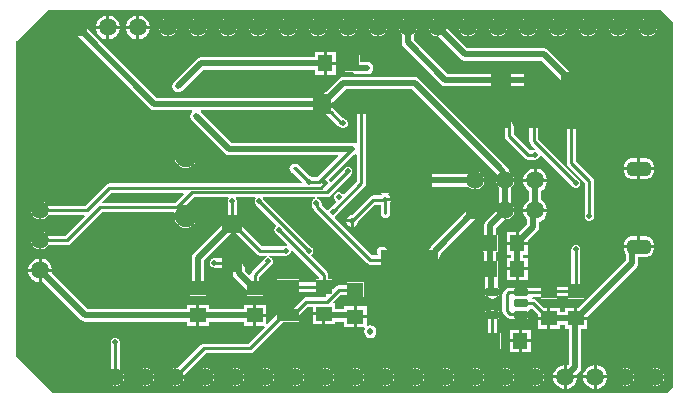
<source format=gbl>
G04*
G04 #@! TF.GenerationSoftware,Altium Limited,Altium Designer,22.6.1 (34)*
G04*
G04 Layer_Physical_Order=2*
G04 Layer_Color=16711680*
%FSLAX44Y44*%
%MOMM*%
G71*
G04*
G04 #@! TF.SameCoordinates,A72CB605-F9DB-4195-8002-294397CB98EC*
G04*
G04*
G04 #@! TF.FilePolarity,Positive*
G04*
G01*
G75*
%ADD16C,0.2540*%
%ADD18R,1.6510X1.5240*%
%ADD21R,1.3970X1.2700*%
%ADD22R,1.2700X1.3970*%
%ADD41C,0.5080*%
%ADD43C,1.9050*%
%ADD44C,1.5000*%
%ADD45R,1.5000X1.5000*%
G04:AMPARAMS|DCode=46|XSize=2mm|YSize=1.2mm|CornerRadius=0.36mm|HoleSize=0mm|Usage=FLASHONLY|Rotation=180.000|XOffset=0mm|YOffset=0mm|HoleType=Round|Shape=RoundedRectangle|*
%AMROUNDEDRECTD46*
21,1,2.0000,0.4800,0,0,180.0*
21,1,1.2800,1.2000,0,0,180.0*
1,1,0.7200,-0.6400,0.2400*
1,1,0.7200,0.6400,0.2400*
1,1,0.7200,0.6400,-0.2400*
1,1,0.7200,-0.6400,-0.2400*
%
%ADD46ROUNDEDRECTD46*%
%ADD47R,1.5000X1.5000*%
%ADD48C,0.5080*%
%ADD49R,1.5240X1.6510*%
G04:AMPARAMS|DCode=50|XSize=0.67mm|YSize=1.17mm|CornerRadius=0.0402mm|HoleSize=0mm|Usage=FLASHONLY|Rotation=270.000|XOffset=0mm|YOffset=0mm|HoleType=Round|Shape=RoundedRectangle|*
%AMROUNDEDRECTD50*
21,1,0.6700,1.0896,0,0,270.0*
21,1,0.5896,1.1700,0,0,270.0*
1,1,0.0804,-0.5448,-0.2948*
1,1,0.0804,-0.5448,0.2948*
1,1,0.0804,0.5448,0.2948*
1,1,0.0804,0.5448,-0.2948*
%
%ADD50ROUNDEDRECTD50*%
%ADD51R,1.9000X1.1000*%
G36*
X999415Y1046141D02*
Y736939D01*
X994071Y731595D01*
X474049D01*
X443305Y762339D01*
Y772160D01*
Y1029675D01*
X443437Y1029763D01*
X470239Y1056565D01*
X988991D01*
X999415Y1046141D01*
D02*
G37*
%LPC*%
G36*
X547422Y1051440D02*
X547370D01*
Y1042670D01*
X556140D01*
Y1042722D01*
X555456Y1045275D01*
X554134Y1047565D01*
X552265Y1049434D01*
X549975Y1050756D01*
X547422Y1051440D01*
D02*
G37*
G36*
X544830D02*
X544778D01*
X542225Y1050756D01*
X539935Y1049434D01*
X538066Y1047565D01*
X536744Y1045275D01*
X536060Y1042722D01*
Y1042670D01*
X544830D01*
Y1051440D01*
D02*
G37*
G36*
X522022D02*
X521970D01*
Y1042670D01*
X530740D01*
Y1042722D01*
X530056Y1045275D01*
X528734Y1047565D01*
X526865Y1049434D01*
X524575Y1050756D01*
X522022Y1051440D01*
D02*
G37*
G36*
X519430D02*
X519378D01*
X516825Y1050756D01*
X514535Y1049434D01*
X512666Y1047565D01*
X511344Y1045275D01*
X510660Y1042722D01*
Y1042670D01*
X519430D01*
Y1051440D01*
D02*
G37*
G36*
X978887Y1048900D02*
X976913D01*
X975005Y1048389D01*
X973295Y1047402D01*
X971898Y1046005D01*
X970911Y1044295D01*
X970400Y1042387D01*
Y1040413D01*
X970911Y1038505D01*
X971898Y1036795D01*
X973295Y1035398D01*
X975005Y1034411D01*
X976913Y1033900D01*
X978887D01*
X980795Y1034411D01*
X982505Y1035398D01*
X983902Y1036795D01*
X984889Y1038505D01*
X985400Y1040413D01*
Y1042387D01*
X984889Y1044295D01*
X983902Y1046005D01*
X982505Y1047402D01*
X980795Y1048389D01*
X978887Y1048900D01*
D02*
G37*
G36*
X953487D02*
X951513D01*
X949605Y1048389D01*
X947895Y1047402D01*
X946498Y1046005D01*
X945511Y1044295D01*
X945000Y1042387D01*
Y1040413D01*
X945511Y1038505D01*
X946498Y1036795D01*
X947895Y1035398D01*
X949605Y1034411D01*
X951513Y1033900D01*
X953487D01*
X955395Y1034411D01*
X957105Y1035398D01*
X958502Y1036795D01*
X959489Y1038505D01*
X960000Y1040413D01*
Y1042387D01*
X959489Y1044295D01*
X958502Y1046005D01*
X957105Y1047402D01*
X955395Y1048389D01*
X953487Y1048900D01*
D02*
G37*
G36*
X928087D02*
X926113D01*
X924205Y1048389D01*
X922495Y1047402D01*
X921098Y1046005D01*
X920111Y1044295D01*
X919600Y1042387D01*
Y1040413D01*
X920111Y1038505D01*
X921098Y1036795D01*
X922495Y1035398D01*
X924205Y1034411D01*
X926113Y1033900D01*
X928087D01*
X929995Y1034411D01*
X931705Y1035398D01*
X933102Y1036795D01*
X934089Y1038505D01*
X934600Y1040413D01*
Y1042387D01*
X934089Y1044295D01*
X933102Y1046005D01*
X931705Y1047402D01*
X929995Y1048389D01*
X928087Y1048900D01*
D02*
G37*
G36*
X902688D02*
X900713D01*
X898805Y1048389D01*
X897095Y1047402D01*
X895699Y1046005D01*
X894711Y1044295D01*
X894200Y1042387D01*
Y1040413D01*
X894711Y1038505D01*
X895699Y1036795D01*
X897095Y1035398D01*
X898805Y1034411D01*
X900713Y1033900D01*
X902688D01*
X904595Y1034411D01*
X906305Y1035398D01*
X907701Y1036795D01*
X908689Y1038505D01*
X909200Y1040413D01*
Y1042387D01*
X908689Y1044295D01*
X907701Y1046005D01*
X906305Y1047402D01*
X904595Y1048389D01*
X902688Y1048900D01*
D02*
G37*
G36*
X877287D02*
X875313D01*
X873405Y1048389D01*
X871695Y1047402D01*
X870298Y1046005D01*
X869311Y1044295D01*
X868800Y1042387D01*
Y1040413D01*
X869311Y1038505D01*
X870298Y1036795D01*
X871695Y1035398D01*
X873405Y1034411D01*
X875313Y1033900D01*
X877287D01*
X879195Y1034411D01*
X880905Y1035398D01*
X882301Y1036795D01*
X883289Y1038505D01*
X883800Y1040413D01*
Y1042387D01*
X883289Y1044295D01*
X882301Y1046005D01*
X880905Y1047402D01*
X879195Y1048389D01*
X877287Y1048900D01*
D02*
G37*
G36*
X851887D02*
X849913D01*
X848005Y1048389D01*
X846295Y1047402D01*
X844899Y1046005D01*
X843911Y1044295D01*
X843400Y1042387D01*
Y1040413D01*
X843911Y1038505D01*
X844899Y1036795D01*
X846295Y1035398D01*
X848005Y1034411D01*
X849913Y1033900D01*
X851887D01*
X853795Y1034411D01*
X855505Y1035398D01*
X856901Y1036795D01*
X857889Y1038505D01*
X858400Y1040413D01*
Y1042387D01*
X857889Y1044295D01*
X856901Y1046005D01*
X855505Y1047402D01*
X853795Y1048389D01*
X851887Y1048900D01*
D02*
G37*
G36*
X826487D02*
X824513D01*
X822605Y1048389D01*
X820895Y1047402D01*
X819499Y1046005D01*
X818511Y1044295D01*
X818000Y1042387D01*
Y1040413D01*
X818511Y1038505D01*
X819499Y1036795D01*
X820895Y1035398D01*
X822605Y1034411D01*
X824513Y1033900D01*
X826487D01*
X828395Y1034411D01*
X830105Y1035398D01*
X831501Y1036795D01*
X832489Y1038505D01*
X833000Y1040413D01*
Y1042387D01*
X832489Y1044295D01*
X831501Y1046005D01*
X830105Y1047402D01*
X828395Y1048389D01*
X826487Y1048900D01*
D02*
G37*
G36*
X750287D02*
X748313D01*
X746405Y1048389D01*
X744695Y1047402D01*
X743298Y1046005D01*
X742311Y1044295D01*
X741800Y1042387D01*
Y1040413D01*
X742311Y1038505D01*
X743298Y1036795D01*
X744695Y1035398D01*
X746405Y1034411D01*
X748313Y1033900D01*
X750287D01*
X752195Y1034411D01*
X753905Y1035398D01*
X755302Y1036795D01*
X756289Y1038505D01*
X756800Y1040413D01*
Y1042387D01*
X756289Y1044295D01*
X755302Y1046005D01*
X753905Y1047402D01*
X752195Y1048389D01*
X750287Y1048900D01*
D02*
G37*
G36*
X724887D02*
X722913D01*
X721005Y1048389D01*
X719295Y1047402D01*
X717898Y1046005D01*
X716911Y1044295D01*
X716400Y1042387D01*
Y1040413D01*
X716911Y1038505D01*
X717898Y1036795D01*
X719295Y1035398D01*
X721005Y1034411D01*
X722913Y1033900D01*
X724887D01*
X726795Y1034411D01*
X728505Y1035398D01*
X729902Y1036795D01*
X730889Y1038505D01*
X731400Y1040413D01*
Y1042387D01*
X730889Y1044295D01*
X729902Y1046005D01*
X728505Y1047402D01*
X726795Y1048389D01*
X724887Y1048900D01*
D02*
G37*
G36*
X699487D02*
X697513D01*
X695605Y1048389D01*
X693895Y1047402D01*
X692498Y1046005D01*
X691511Y1044295D01*
X691000Y1042387D01*
Y1040413D01*
X691511Y1038505D01*
X692498Y1036795D01*
X693895Y1035398D01*
X695605Y1034411D01*
X697513Y1033900D01*
X699487D01*
X701395Y1034411D01*
X703105Y1035398D01*
X704501Y1036795D01*
X705489Y1038505D01*
X706000Y1040413D01*
Y1042387D01*
X705489Y1044295D01*
X704501Y1046005D01*
X703105Y1047402D01*
X701395Y1048389D01*
X699487Y1048900D01*
D02*
G37*
G36*
X674088D02*
X672113D01*
X670205Y1048389D01*
X668495Y1047402D01*
X667099Y1046005D01*
X666111Y1044295D01*
X665600Y1042387D01*
Y1040413D01*
X666111Y1038505D01*
X667099Y1036795D01*
X668495Y1035398D01*
X670205Y1034411D01*
X672113Y1033900D01*
X674088D01*
X675995Y1034411D01*
X677705Y1035398D01*
X679101Y1036795D01*
X680089Y1038505D01*
X680600Y1040413D01*
Y1042387D01*
X680089Y1044295D01*
X679101Y1046005D01*
X677705Y1047402D01*
X675995Y1048389D01*
X674088Y1048900D01*
D02*
G37*
G36*
X648687D02*
X646713D01*
X644805Y1048389D01*
X643095Y1047402D01*
X641699Y1046005D01*
X640711Y1044295D01*
X640200Y1042387D01*
Y1040413D01*
X640711Y1038505D01*
X641699Y1036795D01*
X643095Y1035398D01*
X644805Y1034411D01*
X646713Y1033900D01*
X648687D01*
X650595Y1034411D01*
X652305Y1035398D01*
X653701Y1036795D01*
X654689Y1038505D01*
X655200Y1040413D01*
Y1042387D01*
X654689Y1044295D01*
X653701Y1046005D01*
X652305Y1047402D01*
X650595Y1048389D01*
X648687Y1048900D01*
D02*
G37*
G36*
X623287D02*
X621313D01*
X619405Y1048389D01*
X617695Y1047402D01*
X616298Y1046005D01*
X615311Y1044295D01*
X614800Y1042387D01*
Y1040413D01*
X615311Y1038505D01*
X616298Y1036795D01*
X617695Y1035398D01*
X619405Y1034411D01*
X621313Y1033900D01*
X623287D01*
X625195Y1034411D01*
X626905Y1035398D01*
X628302Y1036795D01*
X629289Y1038505D01*
X629800Y1040413D01*
Y1042387D01*
X629289Y1044295D01*
X628302Y1046005D01*
X626905Y1047402D01*
X625195Y1048389D01*
X623287Y1048900D01*
D02*
G37*
G36*
X597887D02*
X595913D01*
X594005Y1048389D01*
X592295Y1047402D01*
X590899Y1046005D01*
X589911Y1044295D01*
X589400Y1042387D01*
Y1040413D01*
X589911Y1038505D01*
X590899Y1036795D01*
X592295Y1035398D01*
X594005Y1034411D01*
X595913Y1033900D01*
X597887D01*
X599795Y1034411D01*
X601505Y1035398D01*
X602901Y1036795D01*
X603889Y1038505D01*
X604400Y1040413D01*
Y1042387D01*
X603889Y1044295D01*
X602901Y1046005D01*
X601505Y1047402D01*
X599795Y1048389D01*
X597887Y1048900D01*
D02*
G37*
G36*
X572487D02*
X570513D01*
X568605Y1048389D01*
X566895Y1047402D01*
X565499Y1046005D01*
X564511Y1044295D01*
X564000Y1042387D01*
Y1040413D01*
X564511Y1038505D01*
X565499Y1036795D01*
X566895Y1035398D01*
X568605Y1034411D01*
X570513Y1033900D01*
X572487D01*
X574395Y1034411D01*
X576105Y1035398D01*
X577501Y1036795D01*
X578489Y1038505D01*
X579000Y1040413D01*
Y1042387D01*
X578489Y1044295D01*
X577501Y1046005D01*
X576105Y1047402D01*
X574395Y1048389D01*
X572487Y1048900D01*
D02*
G37*
G36*
X556140Y1040130D02*
X547370D01*
Y1031360D01*
X547422D01*
X549975Y1032044D01*
X552265Y1033366D01*
X554134Y1035235D01*
X555456Y1037525D01*
X556140Y1040078D01*
Y1040130D01*
D02*
G37*
G36*
X544830D02*
X536060D01*
Y1040078D01*
X536744Y1037525D01*
X538066Y1035235D01*
X539935Y1033366D01*
X542225Y1032044D01*
X544778Y1031360D01*
X544830D01*
Y1040130D01*
D02*
G37*
G36*
X530740D02*
X521970D01*
Y1031360D01*
X522022D01*
X524575Y1032044D01*
X526865Y1033366D01*
X528734Y1035235D01*
X530056Y1037525D01*
X530740Y1040078D01*
Y1040130D01*
D02*
G37*
G36*
X519430D02*
X510660D01*
Y1040078D01*
X511344Y1037525D01*
X512666Y1035235D01*
X514535Y1033366D01*
X516825Y1032044D01*
X519378Y1031360D01*
X519430D01*
Y1040130D01*
D02*
G37*
G36*
X713740Y1020445D02*
X706120D01*
Y1012190D01*
X713740D01*
Y1020445D01*
D02*
G37*
G36*
X734060Y1017905D02*
X721360D01*
Y1003935D01*
X727370D01*
X727858Y1003447D01*
X729538Y1002325D01*
X731520Y1001930D01*
X740410D01*
X742392Y1002325D01*
X744072Y1003447D01*
X745195Y1005128D01*
X745590Y1007110D01*
X745195Y1009092D01*
X744072Y1010772D01*
X742392Y1011895D01*
X740410Y1012290D01*
X734060D01*
Y1017905D01*
D02*
G37*
G36*
X713740Y1009650D02*
X706120D01*
Y1001395D01*
X713740D01*
Y1009650D01*
D02*
G37*
G36*
X703580Y1020445D02*
X695960D01*
Y1016099D01*
X599440D01*
X597458Y1015705D01*
X595778Y1014583D01*
X576727Y995533D01*
X576444Y995108D01*
X576083Y994748D01*
X575888Y994276D01*
X575605Y993852D01*
X575505Y993352D01*
X575310Y992880D01*
Y992370D01*
X575210Y991870D01*
X575310Y991370D01*
Y990860D01*
X575505Y990388D01*
X575605Y989888D01*
X575888Y989464D01*
X576083Y988992D01*
X576444Y988632D01*
X576727Y988207D01*
X577152Y987924D01*
X577512Y987563D01*
X577984Y987368D01*
X578408Y987085D01*
X578908Y986985D01*
X579380Y986790D01*
X579890D01*
X580390Y986691D01*
X580890Y986790D01*
X581400D01*
X581872Y986985D01*
X582372Y987085D01*
X582796Y987368D01*
X583268Y987563D01*
X583628Y987924D01*
X584053Y988207D01*
X601585Y1005741D01*
X695960D01*
Y1001395D01*
X703580D01*
Y1010920D01*
Y1020445D01*
D02*
G37*
G36*
X775687Y1048900D02*
X773713D01*
X771805Y1048389D01*
X770095Y1047402D01*
X768699Y1046005D01*
X767711Y1044295D01*
X767200Y1042387D01*
Y1040413D01*
X767711Y1038505D01*
X768699Y1036795D01*
X769520Y1035973D01*
Y1028700D01*
X769915Y1026718D01*
X771038Y1025038D01*
X802787Y993288D01*
X804468Y992165D01*
X806450Y991770D01*
X845185D01*
Y989330D01*
X861695D01*
Y991770D01*
X873125D01*
Y989330D01*
X889635D01*
Y1004570D01*
X873125D01*
Y1002130D01*
X861695D01*
Y1004570D01*
X845185D01*
Y1002130D01*
X808596D01*
X779880Y1030845D01*
Y1035973D01*
X780702Y1036795D01*
X781689Y1038505D01*
X782200Y1040413D01*
Y1042387D01*
X781689Y1044295D01*
X780702Y1046005D01*
X779305Y1047402D01*
X777595Y1048389D01*
X775687Y1048900D01*
D02*
G37*
G36*
X801087D02*
X799113D01*
X797205Y1048389D01*
X795495Y1047402D01*
X794099Y1046005D01*
X793111Y1044295D01*
X792600Y1042387D01*
Y1040413D01*
X793111Y1038505D01*
X794099Y1036795D01*
X795495Y1035398D01*
X797205Y1034411D01*
X799113Y1033900D01*
X800275D01*
X819297Y1014877D01*
X820978Y1013755D01*
X822960Y1013361D01*
X887489D01*
X904875Y995975D01*
Y988060D01*
X921385D01*
Y1003300D01*
X912200D01*
X893298Y1022203D01*
X891617Y1023325D01*
X889635Y1023719D01*
X825105D01*
X807600Y1041225D01*
Y1042387D01*
X807089Y1044295D01*
X806102Y1046005D01*
X804705Y1047402D01*
X802995Y1048389D01*
X801087Y1048900D01*
D02*
G37*
G36*
X889635Y971550D02*
X873125D01*
Y956310D01*
X877495D01*
Y944880D01*
X877791Y943393D01*
X878633Y942133D01*
X882162Y938605D01*
X881636Y937335D01*
X877909D01*
X864310Y950934D01*
Y957580D01*
X864014Y959067D01*
X863172Y960327D01*
X861695Y961804D01*
Y971550D01*
X845185D01*
Y956310D01*
X856201D01*
X856540Y955971D01*
Y949325D01*
X856836Y947838D01*
X857678Y946578D01*
X873553Y930703D01*
X874813Y929861D01*
X876300Y929565D01*
X882650D01*
X883025Y929640D01*
X883408D01*
X883761Y929786D01*
X884137Y929861D01*
X884455Y930074D01*
X884808Y930220D01*
X885079Y930491D01*
X885397Y930703D01*
X885609Y931021D01*
X885880Y931292D01*
X886026Y931645D01*
X886239Y931963D01*
X886314Y932339D01*
X886407Y932563D01*
X886998Y932838D01*
X887686Y933024D01*
X887744Y933022D01*
X914193Y906573D01*
X914511Y906361D01*
X914782Y906090D01*
X915135Y905944D01*
X915453Y905731D01*
X915829Y905656D01*
X916182Y905510D01*
X916565D01*
X916940Y905435D01*
X917315Y905510D01*
X917698D01*
X918051Y905656D01*
X918427Y905731D01*
X918745Y905944D01*
X919098Y906090D01*
X919369Y906361D01*
X919687Y906573D01*
X919899Y906891D01*
X920170Y907162D01*
X920316Y907515D01*
X920529Y907833D01*
X920604Y908209D01*
X920750Y908562D01*
Y908945D01*
X920825Y909320D01*
X920750Y909695D01*
Y910078D01*
X920604Y910431D01*
X920529Y910807D01*
X920316Y911125D01*
X920170Y911478D01*
X919899Y911749D01*
X919687Y912067D01*
X885265Y946489D01*
Y956310D01*
X889635D01*
Y971550D01*
D02*
G37*
G36*
X976760Y930510D02*
X971630D01*
Y923120D01*
X983020D01*
Y924250D01*
X982544Y926646D01*
X981187Y928677D01*
X979156Y930034D01*
X976760Y930510D01*
D02*
G37*
G36*
X969090D02*
X963960D01*
X961564Y930034D01*
X959533Y928677D01*
X958176Y926646D01*
X957700Y924250D01*
Y923120D01*
X969090D01*
Y930510D01*
D02*
G37*
G36*
X587994Y941705D02*
X585486D01*
X583064Y941056D01*
X580891Y939802D01*
X579118Y938028D01*
X577864Y935856D01*
X577215Y933434D01*
Y930926D01*
X577864Y928503D01*
X579118Y926331D01*
X580891Y924558D01*
X583064Y923304D01*
X585486Y922655D01*
X587994D01*
X590416Y923304D01*
X592589Y924558D01*
X594362Y926331D01*
X595616Y928503D01*
X596265Y930926D01*
Y933434D01*
X595616Y935856D01*
X594362Y938028D01*
X592589Y939802D01*
X590416Y941056D01*
X587994Y941705D01*
D02*
G37*
G36*
X832837Y919360D02*
X830863D01*
X828955Y918849D01*
X827245Y917861D01*
X826423Y917039D01*
X795020D01*
Y917575D01*
X779780D01*
Y901065D01*
X795020D01*
Y906681D01*
X826423D01*
X827245Y905859D01*
X828955Y904871D01*
X830863Y904360D01*
X832837D01*
X834745Y904871D01*
X836455Y905859D01*
X837851Y907255D01*
X838839Y908965D01*
X839350Y910873D01*
Y912847D01*
X838839Y914755D01*
X837851Y916465D01*
X836455Y917861D01*
X834745Y918849D01*
X832837Y919360D01*
D02*
G37*
G36*
X983020Y920580D02*
X971630D01*
Y913190D01*
X976760D01*
X979156Y913666D01*
X981187Y915023D01*
X982544Y917054D01*
X983020Y919450D01*
Y920580D01*
D02*
G37*
G36*
X969090D02*
X957700D01*
Y919450D01*
X958176Y917054D01*
X959533Y915023D01*
X961564Y913666D01*
X963960Y913190D01*
X969090D01*
Y920580D01*
D02*
G37*
G36*
X883972Y921900D02*
X883920D01*
Y913130D01*
X892690D01*
Y913182D01*
X892006Y915735D01*
X890684Y918025D01*
X888815Y919894D01*
X886525Y921216D01*
X883972Y921900D01*
D02*
G37*
G36*
X881380D02*
X881328D01*
X878775Y921216D01*
X876485Y919894D01*
X874616Y918025D01*
X873294Y915735D01*
X872610Y913182D01*
Y913130D01*
X881380D01*
Y921900D01*
D02*
G37*
G36*
X471050Y919360D02*
X456050D01*
Y904360D01*
X471050D01*
Y919360D01*
D02*
G37*
G36*
X892690Y910590D02*
X872610D01*
Y910538D01*
X873294Y907985D01*
X874616Y905695D01*
X876485Y903826D01*
X877470Y903257D01*
Y895063D01*
X876485Y894494D01*
X874616Y892625D01*
X873294Y890335D01*
X872610Y887782D01*
Y887730D01*
X892690D01*
Y887782D01*
X892006Y890335D01*
X890684Y892625D01*
X888815Y894494D01*
X887830Y895063D01*
Y903257D01*
X888815Y903826D01*
X890684Y905695D01*
X892006Y907985D01*
X892690Y910538D01*
Y910590D01*
D02*
G37*
G36*
X762000Y917575D02*
X746760D01*
Y905885D01*
X746685Y905510D01*
X746760Y905135D01*
Y901065D01*
X752065D01*
X752607Y899795D01*
X752070Y899235D01*
X745490D01*
X744003Y898939D01*
X742743Y898097D01*
X727296Y882650D01*
X726700D01*
X724832Y881877D01*
X723403Y880448D01*
X722738Y878840D01*
X727710D01*
Y877570D01*
X728980D01*
Y872598D01*
X730588Y873263D01*
X732017Y874692D01*
X732790Y876560D01*
Y877156D01*
X747099Y891465D01*
X751765D01*
Y883920D01*
X752061Y882433D01*
X752903Y881173D01*
X754163Y880331D01*
X755650Y880035D01*
X757137Y880331D01*
X758397Y881173D01*
X759239Y882433D01*
X759535Y883920D01*
Y892050D01*
X759957Y892472D01*
X760622Y894080D01*
X755650D01*
Y896620D01*
X760622D01*
X759957Y898228D01*
X758528Y899657D01*
X758194Y899795D01*
X758446Y901065D01*
X762000D01*
Y917575D01*
D02*
G37*
G36*
X921385Y970280D02*
X904875D01*
Y955040D01*
X909245D01*
Y926809D01*
X909541Y925322D01*
X910383Y924062D01*
X924485Y909960D01*
Y881380D01*
X924560Y881005D01*
Y880622D01*
X924706Y880269D01*
X924781Y879893D01*
X924994Y879575D01*
X925140Y879222D01*
X925411Y878951D01*
X925623Y878633D01*
X925941Y878421D01*
X926212Y878150D01*
X926565Y878004D01*
X926883Y877791D01*
X927259Y877716D01*
X927612Y877570D01*
X927995D01*
X928370Y877495D01*
X928745Y877570D01*
X929128D01*
X929481Y877716D01*
X929857Y877791D01*
X930175Y878004D01*
X930528Y878150D01*
X930799Y878421D01*
X931117Y878633D01*
X931329Y878951D01*
X931600Y879222D01*
X931746Y879575D01*
X931959Y879893D01*
X932034Y880269D01*
X932180Y880622D01*
Y881005D01*
X932255Y881380D01*
Y911569D01*
X931959Y913055D01*
X931117Y914315D01*
X917015Y928418D01*
Y955040D01*
X921385D01*
Y970280D01*
D02*
G37*
G36*
X726440Y876300D02*
X722738D01*
X723403Y874692D01*
X724832Y873263D01*
X726440Y872598D01*
Y876300D01*
D02*
G37*
G36*
X892690Y885190D02*
X872610D01*
Y885138D01*
X873294Y882585D01*
X874616Y880295D01*
X875572Y879339D01*
Y874642D01*
X868975Y868045D01*
X868680D01*
Y859790D01*
X876300D01*
Y860720D01*
X884414Y868834D01*
X885537Y870515D01*
X885931Y872497D01*
Y876945D01*
X886525Y877104D01*
X888815Y878426D01*
X890684Y880295D01*
X892006Y882585D01*
X892690Y885138D01*
Y885190D01*
D02*
G37*
G36*
X866140Y868045D02*
X858520D01*
Y859790D01*
X866140D01*
Y868045D01*
D02*
G37*
G36*
X976760Y864510D02*
X971630D01*
Y857120D01*
X983020D01*
Y858250D01*
X982544Y860646D01*
X981187Y862677D01*
X979156Y864034D01*
X976760Y864510D01*
D02*
G37*
G36*
X969090D02*
X963960D01*
X961564Y864034D01*
X959533Y862677D01*
X958176Y860646D01*
X957700Y858250D01*
Y857120D01*
X969090D01*
Y864510D01*
D02*
G37*
G36*
X464872Y845700D02*
X464820D01*
Y836930D01*
X473590D01*
Y836982D01*
X472906Y839535D01*
X471584Y841825D01*
X469715Y843694D01*
X467425Y845016D01*
X464872Y845700D01*
D02*
G37*
G36*
X876300Y857250D02*
X867410D01*
X858520D01*
Y848995D01*
X862231D01*
Y846455D01*
X858520D01*
Y838200D01*
X867410D01*
Y836930D01*
D01*
Y838200D01*
X876300D01*
Y846455D01*
X872589D01*
Y848995D01*
X876300D01*
Y857250D01*
D02*
G37*
G36*
X462280Y845700D02*
X462228D01*
X459675Y845016D01*
X457385Y843694D01*
X455516Y841825D01*
X454194Y839535D01*
X453510Y836982D01*
Y836930D01*
X462280D01*
Y845700D01*
D02*
G37*
G36*
X839350Y893960D02*
X824350D01*
Y886285D01*
X793897Y855833D01*
X792775Y854152D01*
X792507Y852805D01*
X784860D01*
Y836295D01*
X800100D01*
Y844845D01*
X801223Y845967D01*
X802345Y847648D01*
X802739Y849630D01*
Y850024D01*
X831675Y878960D01*
X839350D01*
Y893960D01*
D02*
G37*
G36*
X876300Y835660D02*
X868680D01*
Y827405D01*
X876300D01*
Y835660D01*
D02*
G37*
G36*
X866140D02*
X858520D01*
Y827405D01*
X866140D01*
Y835660D01*
D02*
G37*
G36*
X462280Y834390D02*
X453510D01*
Y834338D01*
X454194Y831785D01*
X455516Y829495D01*
X457385Y827626D01*
X459675Y826304D01*
X462228Y825620D01*
X462280D01*
Y834390D01*
D02*
G37*
G36*
X916940Y857325D02*
X916565Y857250D01*
X916182D01*
X915829Y857104D01*
X915453Y857029D01*
X915135Y856816D01*
X914782Y856670D01*
X914511Y856399D01*
X914193Y856187D01*
X913981Y855869D01*
X913710Y855598D01*
X913564Y855245D01*
X913351Y854927D01*
X913276Y854551D01*
X913130Y854198D01*
Y853815D01*
X913055Y853440D01*
Y824230D01*
X909955D01*
Y821765D01*
X901065D01*
Y824230D01*
X887095D01*
Y821005D01*
X860300D01*
X858813Y820709D01*
X857553Y819867D01*
X855773Y818087D01*
X854931Y816827D01*
X854635Y815340D01*
Y801370D01*
X854931Y799883D01*
X855773Y798623D01*
X858313Y796083D01*
X859573Y795241D01*
X861060Y794945D01*
X865252D01*
X865272Y794937D01*
X868925D01*
X869233Y794731D01*
X870720Y794435D01*
X872207Y794731D01*
X872515Y794937D01*
X876168D01*
X876476Y795064D01*
X876603Y795372D01*
Y801268D01*
X877316Y802001D01*
X878289Y802651D01*
X878383Y802792D01*
X880005Y802967D01*
X884555Y798416D01*
Y796290D01*
X892810D01*
Y803910D01*
X890049D01*
X883492Y810467D01*
X882232Y811309D01*
X880745Y811605D01*
X880087D01*
X879871Y811965D01*
X880590Y813235D01*
X887095D01*
Y811530D01*
X901065D01*
Y813995D01*
X909955D01*
Y811530D01*
X923925D01*
Y824230D01*
X920825D01*
Y853440D01*
X920750Y853815D01*
Y854198D01*
X920604Y854551D01*
X920529Y854927D01*
X920316Y855245D01*
X920170Y855598D01*
X919899Y855869D01*
X919687Y856187D01*
X919369Y856399D01*
X919098Y856670D01*
X918745Y856816D01*
X918427Y857029D01*
X918051Y857104D01*
X917698Y857250D01*
X917315D01*
X916940Y857325D01*
D02*
G37*
G36*
X502800Y1048900D02*
X487800D01*
Y1033900D01*
X495475D01*
X556408Y972968D01*
X558088Y971845D01*
X560070Y971451D01*
X560070Y971451D01*
X591630D01*
X591671Y971395D01*
X592039Y970181D01*
X591968Y970133D01*
X591684Y969708D01*
X591323Y969348D01*
X591128Y968876D01*
X590845Y968452D01*
X590745Y967952D01*
X590550Y967480D01*
Y966970D01*
X590451Y966470D01*
X590550Y965970D01*
Y965460D01*
X590745Y964988D01*
X590845Y964488D01*
X591128Y964064D01*
X591323Y963592D01*
X591684Y963232D01*
X591968Y962807D01*
X619907Y934867D01*
X621588Y933745D01*
X623570Y933351D01*
X715377D01*
X715863Y932177D01*
X698161Y914475D01*
X694180D01*
X693758Y914897D01*
X691890Y915670D01*
X691294D01*
X682197Y924767D01*
X680937Y925609D01*
X679450Y925905D01*
X678180D01*
X676693Y925609D01*
X675433Y924767D01*
X674591Y923507D01*
X674295Y922020D01*
X674591Y920533D01*
X675433Y919273D01*
X676693Y918431D01*
X677757Y918220D01*
X685312Y910665D01*
X684786Y909395D01*
X521970D01*
X520483Y909099D01*
X519223Y908257D01*
X501311Y890345D01*
X469967D01*
X469552Y891065D01*
X468155Y892461D01*
X466445Y893449D01*
X464537Y893960D01*
X462563D01*
X460655Y893449D01*
X458945Y892461D01*
X457548Y891065D01*
X456561Y889355D01*
X456050Y887447D01*
Y885473D01*
X456561Y883565D01*
X457548Y881855D01*
X458945Y880459D01*
X460655Y879471D01*
X462563Y878960D01*
X464537D01*
X466445Y879471D01*
X468155Y880459D01*
X469552Y881855D01*
X469967Y882575D01*
X500772D01*
X501258Y881402D01*
X484801Y864945D01*
X469967D01*
X469552Y865665D01*
X468155Y867061D01*
X466445Y868049D01*
X464537Y868560D01*
X462563D01*
X460655Y868049D01*
X458945Y867061D01*
X457548Y865665D01*
X456561Y863955D01*
X456050Y862047D01*
Y860073D01*
X456561Y858165D01*
X457548Y856455D01*
X458945Y855059D01*
X460655Y854071D01*
X462563Y853560D01*
X464537D01*
X466445Y854071D01*
X468155Y855059D01*
X469552Y856455D01*
X469967Y857175D01*
X486410D01*
X487897Y857471D01*
X489157Y858313D01*
X515959Y885115D01*
X576565D01*
X577540Y883845D01*
X577215Y882634D01*
Y880126D01*
X577864Y877703D01*
X579118Y875531D01*
X580891Y873758D01*
X583064Y872504D01*
X585486Y871855D01*
X587994D01*
X590416Y872504D01*
X592589Y873758D01*
X594362Y875531D01*
X595616Y877703D01*
X596265Y880126D01*
Y882634D01*
X595616Y885057D01*
X594362Y887228D01*
X592589Y889002D01*
X590416Y890256D01*
X588226Y890843D01*
X587627Y892040D01*
X593403Y897815D01*
X622612D01*
X622831Y897527D01*
X623175Y896545D01*
X623151Y896509D01*
X622880Y896238D01*
X622734Y895885D01*
X622521Y895567D01*
X622446Y895191D01*
X622300Y894838D01*
Y894455D01*
X622225Y894080D01*
Y882650D01*
X617855D01*
Y874735D01*
X593237Y850117D01*
X592115Y848437D01*
X591721Y846455D01*
Y826770D01*
X589915D01*
Y814070D01*
X603885D01*
Y826770D01*
X602080D01*
Y844309D01*
X625180Y867410D01*
X628871D01*
X646858Y849423D01*
X648118Y848581D01*
X649605Y848285D01*
X655652D01*
X655832Y847090D01*
X655479Y846944D01*
X655103Y846869D01*
X654785Y846656D01*
X654432Y846510D01*
X654161Y846239D01*
X653843Y846027D01*
X642413Y834597D01*
X641571Y833337D01*
X641431Y832635D01*
X640053Y832217D01*
X637005Y835265D01*
Y836930D01*
X636610Y838912D01*
X635488Y840592D01*
X634365Y841715D01*
Y849630D01*
X617855D01*
Y845895D01*
X610870D01*
X610495Y845820D01*
X610112D01*
X609759Y845674D01*
X609383Y845599D01*
X609065Y845386D01*
X608712Y845240D01*
X608441Y844969D01*
X608123Y844757D01*
X607911Y844439D01*
X607640Y844168D01*
X607494Y843815D01*
X607281Y843497D01*
X607206Y843121D01*
X607060Y842768D01*
Y842385D01*
X606985Y842010D01*
X607060Y841635D01*
Y841252D01*
X607206Y840899D01*
X607281Y840523D01*
X607494Y840205D01*
X607640Y839852D01*
X607911Y839581D01*
X608123Y839263D01*
X608441Y839051D01*
X608712Y838780D01*
X609065Y838634D01*
X609383Y838421D01*
X609759Y838346D01*
X610112Y838200D01*
X610495D01*
X610870Y838125D01*
X617855D01*
Y834390D01*
X626646D01*
Y833120D01*
X627040Y831138D01*
X628162Y829457D01*
X638175Y819445D01*
Y814070D01*
X652145D01*
Y826770D01*
X649045D01*
Y830241D01*
X659337Y840533D01*
X659549Y840851D01*
X659820Y841122D01*
X659966Y841475D01*
X660179Y841793D01*
X660254Y842169D01*
X660400Y842522D01*
Y842905D01*
X660475Y843280D01*
X660400Y843655D01*
Y844038D01*
X660254Y844391D01*
X660179Y844767D01*
X659966Y845085D01*
X659820Y845438D01*
X659549Y845709D01*
X659337Y846027D01*
X659019Y846239D01*
X658748Y846510D01*
X658395Y846656D01*
X658077Y846869D01*
X657701Y846944D01*
X657348Y847090D01*
X657528Y848285D01*
X671830D01*
X672205Y848360D01*
X672588D01*
X672941Y848506D01*
X673317Y848581D01*
X673635Y848794D01*
X673988Y848940D01*
X674259Y849211D01*
X674577Y849423D01*
X674789Y849741D01*
X675060Y850012D01*
X675206Y850365D01*
X675419Y850683D01*
X675494Y851059D01*
X675640Y851412D01*
Y851795D01*
X675715Y852170D01*
X675651Y852489D01*
X675710Y852577D01*
X676840Y853096D01*
X699695Y830241D01*
Y828040D01*
X696595D01*
Y825575D01*
X682600D01*
Y828260D01*
X663600D01*
Y817260D01*
X682600D01*
Y817805D01*
X696595D01*
Y815340D01*
X705208D01*
X705694Y814167D01*
X704402Y812875D01*
X688330D01*
X686843Y812579D01*
X685583Y811737D01*
X677106Y803260D01*
X663600D01*
Y797754D01*
X655858Y790012D01*
X654685Y790498D01*
Y796290D01*
X646430D01*
Y788670D01*
X652857D01*
X653343Y787497D01*
X639351Y773505D01*
X601980D01*
X600493Y773209D01*
X599233Y772367D01*
X579641Y752775D01*
X578837Y752990D01*
X576862D01*
X574955Y752479D01*
X573245Y751491D01*
X571848Y750095D01*
X570861Y748385D01*
X570350Y746477D01*
Y744503D01*
X570861Y742595D01*
X571848Y740885D01*
X573245Y739489D01*
X574955Y738501D01*
X576862Y737990D01*
X578837D01*
X580745Y738501D01*
X582455Y739489D01*
X583851Y740885D01*
X584839Y742595D01*
X585350Y744503D01*
Y746477D01*
X585135Y747281D01*
X603589Y765735D01*
X640960D01*
X642447Y766031D01*
X643707Y766873D01*
X669094Y792260D01*
X682600D01*
Y797766D01*
X689939Y805105D01*
X694055D01*
Y800100D01*
X703580D01*
Y798830D01*
X704850D01*
Y789940D01*
X713105D01*
Y792381D01*
X720725D01*
Y787400D01*
X728980D01*
Y796290D01*
Y805180D01*
X720725D01*
Y802739D01*
X713105D01*
Y807720D01*
X711894D01*
X711408Y808893D01*
X717780Y815265D01*
X723265D01*
Y812800D01*
X737235D01*
Y825500D01*
X723265D01*
Y823035D01*
X716171D01*
X714684Y822739D01*
X713424Y821897D01*
X711738Y820211D01*
X710565Y820697D01*
Y828040D01*
X707465D01*
Y831850D01*
X707169Y833337D01*
X706327Y834597D01*
X693268Y847656D01*
X693264Y847664D01*
X693079Y848711D01*
X693429Y849291D01*
X693627Y849423D01*
X693839Y849741D01*
X694110Y850012D01*
X694256Y850365D01*
X694469Y850683D01*
X694544Y851059D01*
X694690Y851412D01*
Y851795D01*
X694765Y852170D01*
X694690Y852545D01*
Y852928D01*
X694544Y853281D01*
X694469Y853657D01*
X694256Y853975D01*
X694110Y854328D01*
X693839Y854599D01*
X693627Y854917D01*
X651998Y896545D01*
X652346Y897656D01*
X652467Y897815D01*
X696292D01*
X696472Y896620D01*
X696119Y896474D01*
X695743Y896399D01*
X695425Y896186D01*
X695072Y896040D01*
X694801Y895769D01*
X694483Y895557D01*
X694271Y895239D01*
X694000Y894968D01*
X693854Y894615D01*
X693641Y894297D01*
X693566Y893921D01*
X693420Y893568D01*
Y893185D01*
X693345Y892810D01*
X693420Y892435D01*
Y892052D01*
X693566Y891699D01*
X693641Y891323D01*
X693831Y891039D01*
Y889784D01*
X694127Y888297D01*
X694969Y887037D01*
X740203Y841803D01*
X741463Y840961D01*
X742950Y840665D01*
X751840D01*
Y836295D01*
X767080D01*
Y852805D01*
X757334D01*
X755857Y854282D01*
X754597Y855124D01*
X753110Y855420D01*
X752475D01*
X750988Y855124D01*
X749728Y854282D01*
X748886Y853022D01*
X748590Y851535D01*
X748886Y850048D01*
X749116Y849705D01*
X748437Y848435D01*
X744559D01*
X712687Y880306D01*
X712687Y880692D01*
X712988Y881802D01*
X713005Y881814D01*
X713358Y881960D01*
X713629Y882231D01*
X713947Y882443D01*
X738077Y906573D01*
X738919Y907833D01*
X739215Y909320D01*
Y968375D01*
X742950D01*
Y984885D01*
X727710D01*
Y968375D01*
X731445D01*
Y943751D01*
X731247Y943540D01*
X730175Y943007D01*
X730116Y943032D01*
X729692Y943315D01*
X729192Y943415D01*
X728720Y943610D01*
X728210D01*
X727710Y943709D01*
X625715D01*
X599292Y970133D01*
X599221Y970181D01*
X599589Y971395D01*
X599630Y971451D01*
X694690D01*
Y968375D01*
X704436D01*
X705913Y966898D01*
X707173Y966056D01*
X707444Y966002D01*
X715587Y957859D01*
X716848Y957017D01*
X718312Y956726D01*
X718603Y956531D01*
X718979Y956456D01*
X719332Y956310D01*
X719715D01*
X720090Y956235D01*
X720465Y956310D01*
X720848D01*
X721201Y956456D01*
X721577Y956531D01*
X721895Y956744D01*
X722248Y956890D01*
X722519Y957161D01*
X722837Y957373D01*
X723049Y957691D01*
X723320Y957962D01*
X723466Y958315D01*
X723679Y958633D01*
X723754Y959009D01*
X723900Y959362D01*
Y959745D01*
X723975Y960120D01*
X723900Y960495D01*
Y960878D01*
X723754Y961231D01*
X723679Y961607D01*
X723466Y961925D01*
X723320Y962278D01*
X723049Y962549D01*
X722837Y962867D01*
X722351Y963353D01*
X721091Y964195D01*
X720027Y964406D01*
X712042Y972392D01*
X710782Y973234D01*
X710511Y973288D01*
X709930Y973869D01*
Y977544D01*
X710007Y977560D01*
X711687Y978682D01*
X722235Y989230D01*
X778240D01*
X847843Y919628D01*
X847843Y919628D01*
X850172Y917298D01*
Y914424D01*
X849750Y912847D01*
Y910873D01*
X850261Y908965D01*
X851248Y907255D01*
X852070Y906433D01*
Y891887D01*
X851248Y891065D01*
X850261Y889355D01*
X849750Y887447D01*
Y886285D01*
X840888Y877422D01*
X839765Y875742D01*
X839370Y873760D01*
Y865505D01*
X838200D01*
Y851535D01*
X839370D01*
Y843915D01*
X838200D01*
Y829945D01*
X840256D01*
Y817930D01*
X840437Y817018D01*
Y814172D01*
X840564Y813864D01*
X840872Y813737D01*
X842303D01*
X842582Y813457D01*
X844263Y812335D01*
X846245Y811941D01*
X846320D01*
X848302Y812335D01*
X849983Y813457D01*
X850169Y813737D01*
X851768D01*
X852076Y813864D01*
X852203Y814172D01*
Y820068D01*
X852076Y820376D01*
X851768Y820503D01*
X850614D01*
Y829945D01*
X850900D01*
Y843915D01*
X849730D01*
Y851535D01*
X850900D01*
Y865505D01*
X849730D01*
Y871615D01*
X857075Y878960D01*
X858237D01*
X860145Y879471D01*
X861855Y880459D01*
X863251Y881855D01*
X864239Y883565D01*
X864750Y885473D01*
Y887447D01*
X864239Y889355D01*
X863251Y891065D01*
X862430Y891887D01*
Y906433D01*
X863251Y907255D01*
X864239Y908965D01*
X864750Y910873D01*
Y912847D01*
X864239Y914755D01*
X863251Y916465D01*
X861855Y917861D01*
X860531Y918626D01*
Y919444D01*
X860137Y921426D01*
X859014Y923106D01*
X855168Y926953D01*
X855168Y926953D01*
X784048Y998073D01*
X782368Y999195D01*
X780386Y999589D01*
X720090D01*
X718108Y999195D01*
X716428Y998073D01*
X716428Y998072D01*
X705505Y987150D01*
X705408Y987130D01*
X703727Y986008D01*
X702605Y984885D01*
X694690D01*
Y981809D01*
X562215D01*
X502800Y1041225D01*
Y1048900D01*
D02*
G37*
G36*
X643890Y806450D02*
X635635D01*
Y802739D01*
X606425D01*
Y806450D01*
X598170D01*
Y797560D01*
Y788670D01*
X606425D01*
Y792381D01*
X635635D01*
Y788670D01*
X643890D01*
Y797560D01*
Y806450D01*
D02*
G37*
G36*
X915670Y803910D02*
X907415D01*
Y800200D01*
X903605D01*
Y803910D01*
X895350D01*
Y795020D01*
Y786130D01*
X903605D01*
Y789840D01*
X907415D01*
Y786130D01*
X911125D01*
Y756212D01*
X910084Y755339D01*
X909372Y755530D01*
X909320D01*
Y746760D01*
X918090D01*
Y746812D01*
X917796Y747911D01*
X919967Y750082D01*
X921090Y751763D01*
X921485Y753745D01*
Y786130D01*
X926465D01*
Y793750D01*
X916940D01*
Y795020D01*
X915670D01*
Y803910D01*
D02*
G37*
G36*
X654685Y806450D02*
X646430D01*
Y798830D01*
X654685D01*
Y806450D01*
D02*
G37*
G36*
X739775Y805180D02*
X731520D01*
Y797560D01*
X739775D01*
Y805180D01*
D02*
G37*
G36*
X983020Y854580D02*
X970360D01*
X957700D01*
Y853450D01*
X958176Y851054D01*
X959533Y849023D01*
X959605Y848975D01*
Y844375D01*
X919140Y803910D01*
X918210D01*
Y796290D01*
X926465D01*
Y796585D01*
X968447Y838568D01*
X969570Y840248D01*
X969965Y842230D01*
Y847190D01*
X976760D01*
X979156Y847666D01*
X981187Y849023D01*
X982544Y851054D01*
X983020Y853450D01*
Y854580D01*
D02*
G37*
G36*
X702310Y797560D02*
X694055D01*
Y789940D01*
X702310D01*
Y797560D01*
D02*
G37*
G36*
X473590Y834390D02*
X464820D01*
Y825620D01*
X464872D01*
X465971Y825914D01*
X497988Y793897D01*
X499668Y792775D01*
X501650Y792381D01*
X587375D01*
Y788670D01*
X595630D01*
Y797560D01*
Y806450D01*
X587375D01*
Y802739D01*
X503795D01*
X473296Y833239D01*
X473590Y834338D01*
Y834390D01*
D02*
G37*
G36*
X892810Y793750D02*
X884555D01*
Y786130D01*
X892810D01*
Y793750D01*
D02*
G37*
G36*
X739775Y795020D02*
X731520D01*
Y787400D01*
X737615D01*
X738149Y786401D01*
X738149Y786130D01*
X737770Y784225D01*
Y783590D01*
X738165Y781608D01*
X739287Y779928D01*
X740968Y778805D01*
X742950Y778410D01*
X744932Y778805D01*
X746612Y779928D01*
X747735Y781608D01*
X748130Y783590D01*
Y784225D01*
X747735Y786207D01*
X746612Y787887D01*
X744932Y789010D01*
X742950Y789405D01*
X741045Y789026D01*
X740775Y789026D01*
X739775Y789560D01*
Y795020D01*
D02*
G37*
G36*
X878840Y785495D02*
X871220D01*
Y777240D01*
X878840D01*
Y785495D01*
D02*
G37*
G36*
X868680D02*
X861060D01*
Y777240D01*
X868680D01*
Y785495D01*
D02*
G37*
G36*
X846320Y802205D02*
X844833Y801909D01*
X844525Y801703D01*
X840872D01*
X840564Y801576D01*
X840437Y801268D01*
Y795372D01*
X840564Y795064D01*
X840872Y794937D01*
X842435D01*
Y782955D01*
X840740D01*
Y768985D01*
X853440D01*
Y782955D01*
X850205D01*
Y794937D01*
X851768D01*
X852076Y795064D01*
X852203Y795372D01*
Y801268D01*
X852076Y801576D01*
X851768Y801703D01*
X848115D01*
X847807Y801909D01*
X846320Y802205D01*
D02*
G37*
G36*
X878840Y774700D02*
X871220D01*
Y766445D01*
X878840D01*
Y774700D01*
D02*
G37*
G36*
X868680D02*
X861060D01*
Y766445D01*
X868680D01*
Y774700D01*
D02*
G37*
G36*
X934772Y755530D02*
X934720D01*
Y746760D01*
X943490D01*
Y746812D01*
X942806Y749365D01*
X941484Y751655D01*
X939615Y753524D01*
X937325Y754846D01*
X934772Y755530D01*
D02*
G37*
G36*
X932180D02*
X932128D01*
X929575Y754846D01*
X927285Y753524D01*
X925416Y751655D01*
X924094Y749365D01*
X923410Y746812D01*
Y746760D01*
X932180D01*
Y755530D01*
D02*
G37*
G36*
X906780D02*
X906728D01*
X904175Y754846D01*
X901885Y753524D01*
X900016Y751655D01*
X898694Y749365D01*
X898010Y746812D01*
Y746760D01*
X906780D01*
Y755530D01*
D02*
G37*
G36*
X985237Y752990D02*
X983263D01*
X981355Y752479D01*
X979645Y751491D01*
X978249Y750095D01*
X977261Y748385D01*
X976750Y746477D01*
Y744503D01*
X977261Y742595D01*
X978249Y740885D01*
X979645Y739489D01*
X981355Y738501D01*
X983263Y737990D01*
X985237D01*
X987145Y738501D01*
X988855Y739489D01*
X990251Y740885D01*
X991239Y742595D01*
X991750Y744503D01*
Y746477D01*
X991239Y748385D01*
X990251Y750095D01*
X988855Y751491D01*
X987145Y752479D01*
X985237Y752990D01*
D02*
G37*
G36*
X959837D02*
X957863D01*
X955955Y752479D01*
X954245Y751491D01*
X952849Y750095D01*
X951861Y748385D01*
X951350Y746477D01*
Y744503D01*
X951861Y742595D01*
X952849Y740885D01*
X954245Y739489D01*
X955955Y738501D01*
X957863Y737990D01*
X959837D01*
X961745Y738501D01*
X963455Y739489D01*
X964852Y740885D01*
X965839Y742595D01*
X966350Y744503D01*
Y746477D01*
X965839Y748385D01*
X964852Y750095D01*
X963455Y751491D01*
X961745Y752479D01*
X959837Y752990D01*
D02*
G37*
G36*
X883637D02*
X881663D01*
X879755Y752479D01*
X878045Y751491D01*
X876648Y750095D01*
X875661Y748385D01*
X875150Y746477D01*
Y744503D01*
X875661Y742595D01*
X876648Y740885D01*
X878045Y739489D01*
X879755Y738501D01*
X881663Y737990D01*
X883637D01*
X885545Y738501D01*
X887255Y739489D01*
X888651Y740885D01*
X889639Y742595D01*
X890150Y744503D01*
Y746477D01*
X889639Y748385D01*
X888651Y750095D01*
X887255Y751491D01*
X885545Y752479D01*
X883637Y752990D01*
D02*
G37*
G36*
X858237D02*
X856263D01*
X854355Y752479D01*
X852645Y751491D01*
X851248Y750095D01*
X850261Y748385D01*
X849750Y746477D01*
Y744503D01*
X850261Y742595D01*
X851248Y740885D01*
X852645Y739489D01*
X854355Y738501D01*
X856263Y737990D01*
X858237D01*
X860145Y738501D01*
X861855Y739489D01*
X863251Y740885D01*
X864239Y742595D01*
X864750Y744503D01*
Y746477D01*
X864239Y748385D01*
X863251Y750095D01*
X861855Y751491D01*
X860145Y752479D01*
X858237Y752990D01*
D02*
G37*
G36*
X832837D02*
X830863D01*
X828955Y752479D01*
X827245Y751491D01*
X825848Y750095D01*
X824861Y748385D01*
X824350Y746477D01*
Y744503D01*
X824861Y742595D01*
X825848Y740885D01*
X827245Y739489D01*
X828955Y738501D01*
X830863Y737990D01*
X832837D01*
X834745Y738501D01*
X836455Y739489D01*
X837851Y740885D01*
X838839Y742595D01*
X839350Y744503D01*
Y746477D01*
X838839Y748385D01*
X837851Y750095D01*
X836455Y751491D01*
X834745Y752479D01*
X832837Y752990D01*
D02*
G37*
G36*
X807437D02*
X805462D01*
X803555Y752479D01*
X801845Y751491D01*
X800448Y750095D01*
X799461Y748385D01*
X798950Y746477D01*
Y744503D01*
X799461Y742595D01*
X800448Y740885D01*
X801845Y739489D01*
X803555Y738501D01*
X805462Y737990D01*
X807437D01*
X809345Y738501D01*
X811055Y739489D01*
X812451Y740885D01*
X813439Y742595D01*
X813950Y744503D01*
Y746477D01*
X813439Y748385D01*
X812451Y750095D01*
X811055Y751491D01*
X809345Y752479D01*
X807437Y752990D01*
D02*
G37*
G36*
X782037D02*
X780063D01*
X778155Y752479D01*
X776445Y751491D01*
X775049Y750095D01*
X774061Y748385D01*
X773550Y746477D01*
Y744503D01*
X774061Y742595D01*
X775049Y740885D01*
X776445Y739489D01*
X778155Y738501D01*
X780063Y737990D01*
X782037D01*
X783945Y738501D01*
X785655Y739489D01*
X787051Y740885D01*
X788039Y742595D01*
X788550Y744503D01*
Y746477D01*
X788039Y748385D01*
X787051Y750095D01*
X785655Y751491D01*
X783945Y752479D01*
X782037Y752990D01*
D02*
G37*
G36*
X756637D02*
X754663D01*
X752755Y752479D01*
X751045Y751491D01*
X749649Y750095D01*
X748661Y748385D01*
X748150Y746477D01*
Y744503D01*
X748661Y742595D01*
X749649Y740885D01*
X751045Y739489D01*
X752755Y738501D01*
X754663Y737990D01*
X756637D01*
X758545Y738501D01*
X760255Y739489D01*
X761652Y740885D01*
X762639Y742595D01*
X763150Y744503D01*
Y746477D01*
X762639Y748385D01*
X761652Y750095D01*
X760255Y751491D01*
X758545Y752479D01*
X756637Y752990D01*
D02*
G37*
G36*
X731237D02*
X729263D01*
X727355Y752479D01*
X725645Y751491D01*
X724249Y750095D01*
X723261Y748385D01*
X722750Y746477D01*
Y744503D01*
X723261Y742595D01*
X724249Y740885D01*
X725645Y739489D01*
X727355Y738501D01*
X729263Y737990D01*
X731237D01*
X733145Y738501D01*
X734855Y739489D01*
X736252Y740885D01*
X737239Y742595D01*
X737750Y744503D01*
Y746477D01*
X737239Y748385D01*
X736252Y750095D01*
X734855Y751491D01*
X733145Y752479D01*
X731237Y752990D01*
D02*
G37*
G36*
X705837D02*
X703863D01*
X701955Y752479D01*
X700245Y751491D01*
X698848Y750095D01*
X697861Y748385D01*
X697350Y746477D01*
Y744503D01*
X697861Y742595D01*
X698848Y740885D01*
X700245Y739489D01*
X701955Y738501D01*
X703863Y737990D01*
X705837D01*
X707745Y738501D01*
X709455Y739489D01*
X710852Y740885D01*
X711839Y742595D01*
X712350Y744503D01*
Y746477D01*
X711839Y748385D01*
X710852Y750095D01*
X709455Y751491D01*
X707745Y752479D01*
X705837Y752990D01*
D02*
G37*
G36*
X680437D02*
X678463D01*
X676555Y752479D01*
X674845Y751491D01*
X673448Y750095D01*
X672461Y748385D01*
X671950Y746477D01*
Y744503D01*
X672461Y742595D01*
X673448Y740885D01*
X674845Y739489D01*
X676555Y738501D01*
X678463Y737990D01*
X680437D01*
X682345Y738501D01*
X684055Y739489D01*
X685452Y740885D01*
X686439Y742595D01*
X686950Y744503D01*
Y746477D01*
X686439Y748385D01*
X685452Y750095D01*
X684055Y751491D01*
X682345Y752479D01*
X680437Y752990D01*
D02*
G37*
G36*
X655037D02*
X653063D01*
X651155Y752479D01*
X649445Y751491D01*
X648048Y750095D01*
X647061Y748385D01*
X646550Y746477D01*
Y744503D01*
X647061Y742595D01*
X648048Y740885D01*
X649445Y739489D01*
X651155Y738501D01*
X653063Y737990D01*
X655037D01*
X656945Y738501D01*
X658655Y739489D01*
X660051Y740885D01*
X661039Y742595D01*
X661550Y744503D01*
Y746477D01*
X661039Y748385D01*
X660051Y750095D01*
X658655Y751491D01*
X656945Y752479D01*
X655037Y752990D01*
D02*
G37*
G36*
X629637D02*
X627663D01*
X625755Y752479D01*
X624045Y751491D01*
X622649Y750095D01*
X621661Y748385D01*
X621150Y746477D01*
Y744503D01*
X621661Y742595D01*
X622649Y740885D01*
X624045Y739489D01*
X625755Y738501D01*
X627663Y737990D01*
X629637D01*
X631545Y738501D01*
X633255Y739489D01*
X634651Y740885D01*
X635639Y742595D01*
X636150Y744503D01*
Y746477D01*
X635639Y748385D01*
X634651Y750095D01*
X633255Y751491D01*
X631545Y752479D01*
X629637Y752990D01*
D02*
G37*
G36*
X604237D02*
X602263D01*
X600355Y752479D01*
X598645Y751491D01*
X597248Y750095D01*
X596261Y748385D01*
X595750Y746477D01*
Y744503D01*
X596261Y742595D01*
X597248Y740885D01*
X598645Y739489D01*
X600355Y738501D01*
X602263Y737990D01*
X604237D01*
X606145Y738501D01*
X607855Y739489D01*
X609252Y740885D01*
X610239Y742595D01*
X610750Y744503D01*
Y746477D01*
X610239Y748385D01*
X609252Y750095D01*
X607855Y751491D01*
X606145Y752479D01*
X604237Y752990D01*
D02*
G37*
G36*
X553437D02*
X551463D01*
X549555Y752479D01*
X547845Y751491D01*
X546449Y750095D01*
X545461Y748385D01*
X544950Y746477D01*
Y744503D01*
X545461Y742595D01*
X546449Y740885D01*
X547845Y739489D01*
X549555Y738501D01*
X551463Y737990D01*
X553437D01*
X555345Y738501D01*
X557055Y739489D01*
X558451Y740885D01*
X559439Y742595D01*
X559950Y744503D01*
Y746477D01*
X559439Y748385D01*
X558451Y750095D01*
X557055Y751491D01*
X555345Y752479D01*
X553437Y752990D01*
D02*
G37*
G36*
X527050Y778585D02*
X526675Y778510D01*
X526292D01*
X525939Y778364D01*
X525563Y778289D01*
X525245Y778076D01*
X524892Y777930D01*
X524621Y777659D01*
X524303Y777447D01*
X524091Y777129D01*
X523820Y776858D01*
X523674Y776505D01*
X523461Y776187D01*
X523386Y775811D01*
X523240Y775458D01*
Y775075D01*
X523165Y774700D01*
Y751907D01*
X522445Y751491D01*
X521049Y750095D01*
X520061Y748385D01*
X519550Y746477D01*
Y744503D01*
X520061Y742595D01*
X521049Y740885D01*
X522445Y739489D01*
X524155Y738501D01*
X526063Y737990D01*
X528037D01*
X529945Y738501D01*
X531655Y739489D01*
X533051Y740885D01*
X534039Y742595D01*
X534550Y744503D01*
Y746477D01*
X534039Y748385D01*
X533051Y750095D01*
X531655Y751491D01*
X530935Y751907D01*
Y774700D01*
X530860Y775075D01*
Y775458D01*
X530714Y775811D01*
X530639Y776187D01*
X530426Y776505D01*
X530280Y776858D01*
X530009Y777129D01*
X529797Y777447D01*
X529479Y777659D01*
X529208Y777930D01*
X528855Y778076D01*
X528537Y778289D01*
X528161Y778364D01*
X527808Y778510D01*
X527425D01*
X527050Y778585D01*
D02*
G37*
G36*
X509150Y752990D02*
X494150D01*
Y737990D01*
X509150D01*
Y752990D01*
D02*
G37*
G36*
X943490Y744220D02*
X934720D01*
Y735450D01*
X934772D01*
X937325Y736134D01*
X939615Y737456D01*
X941484Y739325D01*
X942806Y741615D01*
X943490Y744168D01*
Y744220D01*
D02*
G37*
G36*
X932180D02*
X923410D01*
Y744168D01*
X924094Y741615D01*
X925416Y739325D01*
X927285Y737456D01*
X929575Y736134D01*
X932128Y735450D01*
X932180D01*
Y744220D01*
D02*
G37*
G36*
X918090D02*
X909320D01*
Y735450D01*
X909372D01*
X911925Y736134D01*
X914215Y737456D01*
X916084Y739325D01*
X917406Y741615D01*
X918090Y744168D01*
Y744220D01*
D02*
G37*
G36*
X906780D02*
X898010D01*
Y744168D01*
X898694Y741615D01*
X900016Y739325D01*
X901885Y737456D01*
X904175Y736134D01*
X906728Y735450D01*
X906780D01*
Y744220D01*
D02*
G37*
%LPD*%
G36*
X731247Y933520D02*
X731445Y933309D01*
Y910929D01*
X720717Y900201D01*
X719139Y900419D01*
X718438Y901120D01*
X717038Y901700D01*
X715522D01*
X714122Y901120D01*
X713050Y900048D01*
X712470Y898648D01*
Y897132D01*
X713050Y895732D01*
X714122Y894660D01*
X714297Y893781D01*
X708453Y887937D01*
X708241Y887619D01*
X707970Y887348D01*
X707824Y886995D01*
X707812Y886978D01*
X706702Y886677D01*
X706316Y886677D01*
X701601Y891393D01*
Y892324D01*
X701305Y893811D01*
X700463Y895071D01*
X699977Y895557D01*
X699659Y895769D01*
X699388Y896040D01*
X699035Y896186D01*
X698717Y896399D01*
X698341Y896474D01*
X697988Y896620D01*
X698168Y897815D01*
X706120D01*
X707607Y898111D01*
X708867Y898953D01*
X726647Y916733D01*
X726860Y917051D01*
X727130Y917322D01*
X727276Y917675D01*
X727489Y917993D01*
X727564Y918369D01*
X727710Y918722D01*
Y919105D01*
X727785Y919480D01*
X727710Y919855D01*
Y920238D01*
X727564Y920591D01*
X727489Y920967D01*
X727276Y921285D01*
X727130Y921638D01*
X726859Y921909D01*
X726647Y922227D01*
X726329Y922439D01*
X726058Y922710D01*
X725705Y922856D01*
X725387Y923069D01*
X725011Y923144D01*
X724658Y923290D01*
X724275D01*
X723900Y923365D01*
X723525Y923290D01*
X723142D01*
X722789Y923144D01*
X722413Y923069D01*
X722095Y922856D01*
X721742Y922710D01*
X721471Y922439D01*
X721153Y922227D01*
X709734Y910807D01*
X709348Y910807D01*
X708307Y911089D01*
X708086Y911463D01*
X708080Y911478D01*
X708074Y911485D01*
X707644Y912214D01*
X707999Y913326D01*
X728102Y933428D01*
X728210Y933450D01*
X728720D01*
X729192Y933645D01*
X729692Y933745D01*
X730116Y934028D01*
X730175Y934053D01*
X731247Y933520D01*
D02*
G37*
G36*
X585052Y900452D02*
X577485Y892885D01*
X516498D01*
X516012Y894058D01*
X523579Y901625D01*
X584566D01*
X585052Y900452D01*
D02*
G37*
G36*
X645692Y897527D02*
X646035Y896545D01*
X646011Y896509D01*
X645740Y896238D01*
X645594Y895885D01*
X645381Y895567D01*
X645306Y895191D01*
X645160Y894838D01*
Y894455D01*
X645085Y894080D01*
X645160Y893705D01*
Y893322D01*
X645306Y892969D01*
X645381Y892593D01*
X645594Y892275D01*
X645740Y891922D01*
X646011Y891651D01*
X646223Y891333D01*
X663092Y874464D01*
X663096Y874456D01*
X663281Y873409D01*
X662931Y872829D01*
X662733Y872697D01*
X662521Y872379D01*
X662250Y872108D01*
X662104Y871755D01*
X661891Y871437D01*
X661816Y871061D01*
X661670Y870708D01*
Y870325D01*
X661595Y869950D01*
X661670Y869575D01*
Y869192D01*
X661816Y868839D01*
X661891Y868463D01*
X662104Y868145D01*
X662250Y867792D01*
X662521Y867521D01*
X662733Y867203D01*
X672756Y857180D01*
X672237Y856050D01*
X672149Y855991D01*
X671830Y856055D01*
X651214D01*
X634365Y872904D01*
Y882650D01*
X629995D01*
Y894080D01*
X629920Y894455D01*
Y894838D01*
X629774Y895191D01*
X629699Y895567D01*
X629486Y895885D01*
X629340Y896238D01*
X629069Y896509D01*
X629045Y896545D01*
X629389Y897527D01*
X629608Y897815D01*
X645472D01*
X645692Y897527D01*
D02*
G37*
D16*
X678180Y922020D02*
X679450D01*
X690880Y910590D01*
X755650Y883920D02*
Y895350D01*
X846320Y776740D02*
Y798320D01*
Y776740D02*
X847090Y775970D01*
X527050Y745490D02*
Y774700D01*
X648970Y894080D02*
X690880Y852170D01*
X591794Y901700D02*
X706120D01*
X521970Y905510D02*
X700822D01*
X704632Y909320D01*
X706120Y901700D02*
X723900Y919480D01*
X704632Y909320D02*
X704850D01*
X502920Y886460D02*
X521970Y905510D01*
X579094Y889000D02*
X591794Y901700D01*
X640960Y769620D02*
X669100Y797760D01*
X601980Y769620D02*
X640960D01*
X577850Y745490D02*
X601980Y769620D01*
X669100Y797760D02*
X673100D01*
X735330Y909320D02*
Y976630D01*
X711200Y885190D02*
X735330Y909320D01*
X727710Y877570D02*
X745490Y895350D01*
X755650D01*
X699770Y910590D02*
X727710Y938530D01*
X690880Y910590D02*
X699770D01*
X894080Y817880D02*
X916940D01*
X893320Y817120D02*
X894080Y817880D01*
X870720Y817120D02*
X893320D01*
X858520Y815340D02*
X860300Y817120D01*
X870720D01*
X858520Y801370D02*
Y815340D01*
X861060Y798830D02*
X870210D01*
X870720Y798320D01*
X858520Y801370D02*
X861060Y798830D01*
X893445Y795020D02*
X894080D01*
X870720Y807720D02*
X880745D01*
X893445Y795020D01*
X916940Y817880D02*
Y853440D01*
X626110Y842010D02*
X626110Y842010D01*
X610870Y842010D02*
X626110D01*
X626110Y875030D02*
Y894080D01*
X665480Y869950D02*
X703580Y831850D01*
Y821690D02*
Y831850D01*
X677100Y797760D02*
X688330Y808990D01*
X673100Y797760D02*
X677100D01*
X706011Y808990D02*
X716171Y819150D01*
X730250D01*
X688330Y808990D02*
X706011D01*
X674170Y821690D02*
X703580D01*
X673100Y822760D02*
X674170Y821690D01*
X645160Y831850D02*
X656590Y843280D01*
X645160Y820420D02*
Y831850D01*
X649605Y852170D02*
X671830D01*
X626745Y875030D02*
X649605Y852170D01*
X626110Y875030D02*
X626745D01*
X625475D02*
X626110D01*
X860425Y949325D02*
X876300Y933450D01*
X882650D01*
X854075Y963930D02*
X860425Y957580D01*
Y949325D02*
Y957580D01*
X853440Y963930D02*
X854075D01*
X928370Y881380D02*
Y911569D01*
X913130Y926809D02*
X928370Y911569D01*
X881380Y944880D02*
Y963930D01*
X913130Y926809D02*
Y962660D01*
X881380Y944880D02*
X916940Y909320D01*
X463550Y886460D02*
X502920D01*
X463550Y861060D02*
X486410D01*
X514350Y889000D01*
X579094D01*
X697230Y892810D02*
X697716Y892324D01*
Y889784D02*
X742950Y844550D01*
X759460D01*
X697716Y889784D02*
Y892324D01*
X759460Y844550D02*
Y845185D01*
X753110Y851535D02*
X759460Y845185D01*
X752475Y851535D02*
X753110D01*
X750570Y905510D02*
X754380Y909320D01*
X708660Y969645D02*
X709295D01*
X718334Y960606D01*
X702310Y975995D02*
X708660Y969645D01*
X718334Y960606D02*
X719604D01*
X702310Y975995D02*
Y976630D01*
X719604Y960606D02*
X720090Y960120D01*
D18*
X881380Y996950D02*
D03*
Y963930D02*
D03*
X853440Y996950D02*
D03*
Y963930D02*
D03*
X913130Y995680D02*
D03*
Y962660D02*
D03*
X626110Y842010D02*
D03*
Y875030D02*
D03*
D21*
X916940Y817880D02*
D03*
Y795020D02*
D03*
X894080Y817880D02*
D03*
Y795020D02*
D03*
X730250Y819150D02*
D03*
Y796290D02*
D03*
X645160Y820420D02*
D03*
Y797560D02*
D03*
X596900Y820420D02*
D03*
Y797560D02*
D03*
X703580Y821690D02*
D03*
Y798830D02*
D03*
D22*
X704850Y1010920D02*
D03*
X727710D02*
D03*
X844550Y858520D02*
D03*
X867410D02*
D03*
X844550Y836930D02*
D03*
X867410D02*
D03*
X847090Y775970D02*
D03*
X869950D02*
D03*
D41*
X916305Y753745D02*
Y795020D01*
X580390Y991870D02*
X599440Y1010920D01*
X704850D01*
X742950Y783590D02*
Y784225D01*
X730250Y796290D02*
X730885D01*
X844550Y836930D02*
Y858520D01*
X845435Y817930D02*
X846245Y817120D01*
X845435Y817930D02*
Y836045D01*
X844550Y836930D02*
X845435Y836045D01*
X846245Y817120D02*
X846320D01*
X623570Y938530D02*
X727710D01*
X595630Y966470D02*
X623570Y938530D01*
X727710Y1010920D02*
X731520Y1007110D01*
X740410D01*
X889635Y1018540D02*
X912495Y995680D01*
X800100Y1041400D02*
X822960Y1018540D01*
X889635D01*
X800100Y1041400D02*
X800100D01*
X912495Y995680D02*
X913130D01*
X774700Y1028700D02*
Y1041400D01*
Y1028700D02*
X806450Y996950D01*
X853440D01*
X853440Y996950D01*
X881380D01*
X857250Y886460D02*
Y911860D01*
X797560Y849630D02*
Y852170D01*
X831850Y886460D01*
X792480Y844550D02*
X797560Y849630D01*
X789940Y911860D02*
X831850D01*
X787400Y909320D02*
X789940Y911860D01*
X917575Y795020D02*
X964785Y842230D01*
Y852471D01*
X916940Y795020D02*
X917575D01*
X964785Y852471D02*
X968164Y855850D01*
X970360D01*
X867410Y836930D02*
Y858520D01*
X882650Y886460D02*
Y911860D01*
X867410Y858520D02*
Y859155D01*
X880752Y872497D01*
Y884562D01*
X882650Y886460D01*
X908050Y745490D02*
X916305Y753745D01*
X894080Y795020D02*
X916305D01*
X704850Y797560D02*
X728980D01*
X703580Y798830D02*
X704850Y797560D01*
X728980D02*
X730250Y796290D01*
X596900Y820420D02*
Y846455D01*
X625475Y875030D01*
X631825Y833120D02*
Y836930D01*
X626745Y842010D02*
X631825Y836930D01*
X626110Y842010D02*
X626745D01*
X644525Y820420D02*
X645160D01*
X631825Y833120D02*
X644525Y820420D01*
X596900Y797560D02*
X645160D01*
X501650D02*
X596900D01*
X463550Y835660D02*
X501650Y797560D01*
X720090Y994410D02*
X780386D01*
X851506Y923290D02*
X851506D01*
X780386Y994410D02*
X851506Y923290D01*
X851506D02*
X855352Y919444D01*
Y913758D02*
X857250Y911860D01*
X855352Y913758D02*
Y919444D01*
X707390Y982345D02*
X708025D01*
X702310Y976630D02*
Y977265D01*
X707390Y982345D01*
X708025D02*
X720090Y994410D01*
X495300Y1041400D02*
X560070Y976630D01*
X702310D01*
X844550Y873760D02*
X857250Y886460D01*
X844550Y858520D02*
Y873760D01*
D43*
X586740Y881380D02*
D03*
Y932180D02*
D03*
D44*
X882650Y911860D02*
D03*
Y886460D02*
D03*
X857250Y911860D02*
D03*
Y886460D02*
D03*
X831850Y911860D02*
D03*
X520700Y1041400D02*
D03*
X546100D02*
D03*
X571500D02*
D03*
X596900D02*
D03*
X622300D02*
D03*
X647700D02*
D03*
X673100D02*
D03*
X698500D02*
D03*
X723900D02*
D03*
X749300D02*
D03*
X774700D02*
D03*
X800100D02*
D03*
X825500D02*
D03*
X850900D02*
D03*
X876300D02*
D03*
X901700D02*
D03*
X927100D02*
D03*
X952500D02*
D03*
X977900D02*
D03*
X984250Y745490D02*
D03*
X958850D02*
D03*
X933450D02*
D03*
X908050D02*
D03*
X882650D02*
D03*
X857250D02*
D03*
X831850D02*
D03*
X806450D02*
D03*
X781050D02*
D03*
X755650D02*
D03*
X730250D02*
D03*
X704850D02*
D03*
X679450D02*
D03*
X654050D02*
D03*
X628650D02*
D03*
X603250D02*
D03*
X577850D02*
D03*
X552450D02*
D03*
X527050D02*
D03*
X463550Y886460D02*
D03*
Y861060D02*
D03*
Y835660D02*
D03*
D45*
X831850Y886460D02*
D03*
X495300Y1041400D02*
D03*
X501650Y745490D02*
D03*
D46*
X970360Y855850D02*
D03*
Y921850D02*
D03*
D47*
X463550Y911860D02*
D03*
D48*
X580390Y991870D02*
D03*
X527050Y774700D02*
D03*
X648970Y894080D02*
D03*
X690880Y852170D02*
D03*
X595630Y966470D02*
D03*
X740410Y1007110D02*
D03*
X735330Y976630D02*
D03*
X755650Y895350D02*
D03*
X727710Y877570D02*
D03*
Y938530D02*
D03*
X690880Y910590D02*
D03*
X916940Y853440D02*
D03*
X610870Y842010D02*
D03*
X626110Y894080D02*
D03*
X665480Y869950D02*
D03*
X656590Y843280D02*
D03*
X671830Y852170D02*
D03*
X882650Y933450D02*
D03*
X928370Y881380D02*
D03*
X916940Y909320D02*
D03*
X697230Y892810D02*
D03*
X750570Y905510D02*
D03*
X720090Y960120D02*
D03*
X711200Y885190D02*
D03*
X716280Y897890D02*
D03*
X704850Y909320D02*
D03*
X723900Y919480D02*
D03*
D49*
X735330Y976630D02*
D03*
X702310D02*
D03*
X792480Y844550D02*
D03*
X759460D02*
D03*
X754380Y909320D02*
D03*
X787400D02*
D03*
D50*
X870720Y817120D02*
D03*
Y807720D02*
D03*
Y798320D02*
D03*
X846320D02*
D03*
Y817120D02*
D03*
D51*
X673100Y797760D02*
D03*
Y822760D02*
D03*
M02*

</source>
